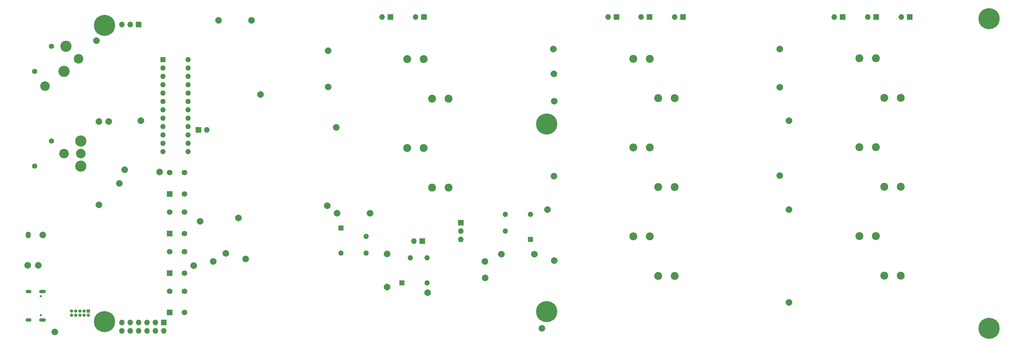
<source format=gbs>
G04 #@! TF.GenerationSoftware,KiCad,Pcbnew,6.0.5*
G04 #@! TF.CreationDate,2022-06-11T02:34:19+02:00*
G04 #@! TF.ProjectId,ELController,454c436f-6e74-4726-9f6c-6c65722e6b69,rev?*
G04 #@! TF.SameCoordinates,Original*
G04 #@! TF.FileFunction,Soldermask,Bot*
G04 #@! TF.FilePolarity,Negative*
%FSLAX46Y46*%
G04 Gerber Fmt 4.6, Leading zero omitted, Abs format (unit mm)*
G04 Created by KiCad (PCBNEW 6.0.5) date 2022-06-11 02:34:19*
%MOMM*%
%LPD*%
G01*
G04 APERTURE LIST*
%ADD10C,2.400000*%
%ADD11R,1.700000X1.700000*%
%ADD12O,1.700000X1.700000*%
%ADD13C,2.000000*%
%ADD14R,1.600000X1.600000*%
%ADD15O,1.600000X1.600000*%
%ADD16C,1.700000*%
%ADD17C,0.800000*%
%ADD18C,6.400000*%
%ADD19R,1.000000X1.000000*%
%ADD20O,1.000000X1.000000*%
%ADD21O,1.500000X2.000000*%
%ADD22C,1.600000*%
%ADD23C,3.400000*%
%ADD24C,2.900000*%
%ADD25C,0.650000*%
%ADD26O,2.100000X1.000000*%
%ADD27O,1.800000X1.000000*%
G04 APERTURE END LIST*
D10*
X273250000Y-71000000D03*
X278250000Y-71000000D03*
D11*
X212275000Y-19500000D03*
D12*
X209735000Y-19500000D03*
D13*
X43095000Y-65845000D03*
X104750000Y-40750000D03*
X173000000Y-29200000D03*
X71600000Y-20500000D03*
X81600000Y-20500000D03*
D14*
X127125000Y-100275000D03*
D15*
X134745000Y-100275000D03*
X134745000Y-92655000D03*
X129665000Y-92655000D03*
D11*
X65460000Y-53750000D03*
D12*
X68000000Y-53750000D03*
D10*
X273250000Y-98000000D03*
X278250000Y-98000000D03*
X265750000Y-86000000D03*
X270750000Y-86000000D03*
X265750000Y-32000000D03*
X270750000Y-32000000D03*
D13*
X35300000Y-51200000D03*
D14*
X54694760Y-32389511D03*
D15*
X54694760Y-34929511D03*
X54694760Y-37469511D03*
X54694760Y-40009511D03*
X54694760Y-42549511D03*
X54694760Y-45089511D03*
X54694760Y-47629511D03*
X54694760Y-50169511D03*
X54694760Y-52709511D03*
X54694760Y-55249511D03*
X54694760Y-57789511D03*
X54694760Y-60329511D03*
X62314760Y-60329511D03*
X62314760Y-57789511D03*
X62314760Y-55249511D03*
X62314760Y-52709511D03*
X62314760Y-50169511D03*
X62314760Y-47629511D03*
X62314760Y-45089511D03*
X62314760Y-42549511D03*
X62314760Y-40009511D03*
X62314760Y-37469511D03*
X62314760Y-34929511D03*
X62314760Y-32389511D03*
D11*
X56750000Y-85250000D03*
D16*
X56750000Y-78750000D03*
X61250000Y-78750000D03*
X61250000Y-85250000D03*
D13*
X34550000Y-26700000D03*
X241600000Y-67600000D03*
X152250000Y-93750000D03*
D11*
X280985000Y-19500000D03*
D12*
X278445000Y-19500000D03*
D13*
X107250000Y-53000000D03*
D16*
X56750000Y-66750000D03*
D11*
X56750000Y-73250000D03*
D16*
X61250000Y-66750000D03*
X61250000Y-73250000D03*
D13*
X173200000Y-36750000D03*
X241600000Y-29200000D03*
D11*
X133290000Y-87500000D03*
D12*
X130750000Y-87500000D03*
D10*
X136230000Y-44260000D03*
X141230000Y-44260000D03*
D17*
X172697056Y-53697056D03*
X173400000Y-52000000D03*
D18*
X171000000Y-52000000D03*
D17*
X171000000Y-54400000D03*
X169302944Y-50302944D03*
X168600000Y-52000000D03*
X171000000Y-49600000D03*
X172697056Y-50302944D03*
X169302944Y-53697056D03*
D13*
X117480000Y-79090000D03*
X107480000Y-79090000D03*
X38300000Y-51200000D03*
X173200000Y-67800000D03*
X41500000Y-70000000D03*
D10*
X204739755Y-44130000D03*
X209739755Y-44130000D03*
D13*
X134875000Y-103225000D03*
D19*
X32150000Y-108775000D03*
D20*
X32150000Y-110045000D03*
X30880000Y-108775000D03*
X30880000Y-110045000D03*
X29610000Y-108775000D03*
X29610000Y-110045000D03*
X28340000Y-108775000D03*
X28340000Y-110045000D03*
X27070000Y-108775000D03*
X27070000Y-110045000D03*
D13*
X48050000Y-50950000D03*
D10*
X136230000Y-71260000D03*
X141230000Y-71260000D03*
D13*
X244400000Y-51000000D03*
X66000000Y-81500000D03*
D17*
X302600000Y-20000000D03*
X306697056Y-18302944D03*
X306697056Y-21697056D03*
X303302944Y-21697056D03*
D18*
X305000000Y-20000000D03*
D17*
X305000000Y-17600000D03*
X307400000Y-20000000D03*
X305000000Y-22400000D03*
X303302944Y-18302944D03*
D10*
X265750000Y-59000000D03*
X270750000Y-59000000D03*
D13*
X84250000Y-43000000D03*
D11*
X56750000Y-97250000D03*
D16*
X56750000Y-90750000D03*
X61250000Y-90750000D03*
X61250000Y-97250000D03*
D13*
X18300000Y-85655489D03*
D21*
X13900000Y-85655489D03*
D13*
X53750000Y-66500000D03*
X173250000Y-93500000D03*
X104500000Y-76750000D03*
D10*
X204740000Y-98130000D03*
X209740000Y-98130000D03*
D13*
X171250000Y-78000000D03*
D11*
X192155000Y-19500000D03*
D12*
X189615000Y-19500000D03*
D14*
X108670000Y-83540000D03*
D15*
X108670000Y-91160000D03*
X116290000Y-91160000D03*
X116290000Y-86080000D03*
D13*
X122600000Y-91465000D03*
X122600000Y-101465000D03*
D10*
X197239755Y-32130000D03*
X202239755Y-32130000D03*
D11*
X145000000Y-81975000D03*
D12*
X145000000Y-84515000D03*
X145000000Y-87055000D03*
D13*
X157240000Y-91550000D03*
X167240000Y-91550000D03*
D11*
X270825000Y-19500000D03*
D12*
X268285000Y-19500000D03*
D11*
X123645000Y-19500000D03*
D12*
X121105000Y-19500000D03*
D13*
X241600000Y-40800000D03*
D22*
X15830000Y-36000000D03*
X20910000Y-28380000D03*
D23*
X24720000Y-36000000D03*
X25355000Y-28380000D03*
D24*
X29170000Y-32190000D03*
X19000000Y-40440000D03*
D10*
X204739755Y-71130000D03*
X209739755Y-71130000D03*
D13*
X244400000Y-78000000D03*
D17*
X171000000Y-106600000D03*
X172697056Y-110697056D03*
X173400000Y-109000000D03*
D18*
X171000000Y-109000000D03*
D17*
X169302944Y-107302944D03*
X172697056Y-107302944D03*
X168600000Y-109000000D03*
X169302944Y-110697056D03*
X171000000Y-111400000D03*
D10*
X273250000Y-44000000D03*
X278250000Y-44000000D03*
D13*
X35300000Y-76500000D03*
D11*
X47350000Y-21750000D03*
D12*
X44810000Y-21750000D03*
X42270000Y-21750000D03*
D11*
X260665000Y-19500000D03*
D12*
X258125000Y-19500000D03*
D18*
X305000000Y-114000000D03*
D17*
X306697056Y-115697056D03*
X306697056Y-112302944D03*
X302600000Y-114000000D03*
X307400000Y-114000000D03*
X303302944Y-115697056D03*
X305000000Y-111600000D03*
X303302944Y-112302944D03*
X305000000Y-116400000D03*
D11*
X133805000Y-19500000D03*
D12*
X131265000Y-19500000D03*
D13*
X152345000Y-98690000D03*
X244400000Y-106200000D03*
D17*
X39400000Y-112000000D03*
X37000000Y-114400000D03*
X35302944Y-110302944D03*
X34600000Y-112000000D03*
D18*
X37000000Y-112000000D03*
D17*
X38697056Y-110302944D03*
X35302944Y-113697056D03*
X38697056Y-113697056D03*
X37000000Y-109600000D03*
D14*
X166050000Y-87050000D03*
D15*
X166050000Y-79430000D03*
X158430000Y-79430000D03*
X158430000Y-84510000D03*
D13*
X173250000Y-45000000D03*
D11*
X202115000Y-19500000D03*
D12*
X199575000Y-19500000D03*
D10*
X197239755Y-59130000D03*
X202239755Y-59130000D03*
D11*
X55000000Y-112250000D03*
D12*
X55000000Y-114790000D03*
X52460000Y-112250000D03*
X52460000Y-114790000D03*
X49920000Y-112250000D03*
X49920000Y-114790000D03*
X47380000Y-112250000D03*
X47380000Y-114790000D03*
X44840000Y-112250000D03*
X44840000Y-114790000D03*
X42300000Y-112250000D03*
X42300000Y-114790000D03*
D16*
X56750000Y-102750000D03*
D11*
X56750000Y-109250000D03*
D16*
X61250000Y-109250000D03*
X61250000Y-102750000D03*
D13*
X73775000Y-91225000D03*
X17000000Y-94905489D03*
D10*
X128730000Y-32260000D03*
X133730000Y-32260000D03*
D25*
X17700000Y-110045489D03*
X17700000Y-104265489D03*
D26*
X18200000Y-102835489D03*
X18200000Y-111475489D03*
D27*
X14020000Y-102835489D03*
X14020000Y-111475489D03*
D13*
X70000000Y-93750000D03*
D10*
X128730000Y-59260000D03*
X133730000Y-59260000D03*
D13*
X22000000Y-115100000D03*
X77600000Y-80475000D03*
D10*
X197240000Y-86130000D03*
X202240000Y-86130000D03*
D22*
X15830000Y-64775489D03*
X20910000Y-57155489D03*
D23*
X29800000Y-57155489D03*
X29800000Y-64775489D03*
D24*
X29800000Y-60965489D03*
X24720000Y-60965489D03*
D13*
X169500000Y-114000000D03*
X104750000Y-29750000D03*
X13750000Y-94905489D03*
X79775000Y-92975000D03*
D17*
X37000000Y-19600000D03*
X35302944Y-20302944D03*
D18*
X37000000Y-22000000D03*
D17*
X37000000Y-24400000D03*
X35302944Y-23697056D03*
X34600000Y-22000000D03*
X39400000Y-22000000D03*
X38697056Y-23697056D03*
X38697056Y-20302944D03*
D13*
X64000000Y-95000000D03*
M02*

</source>
